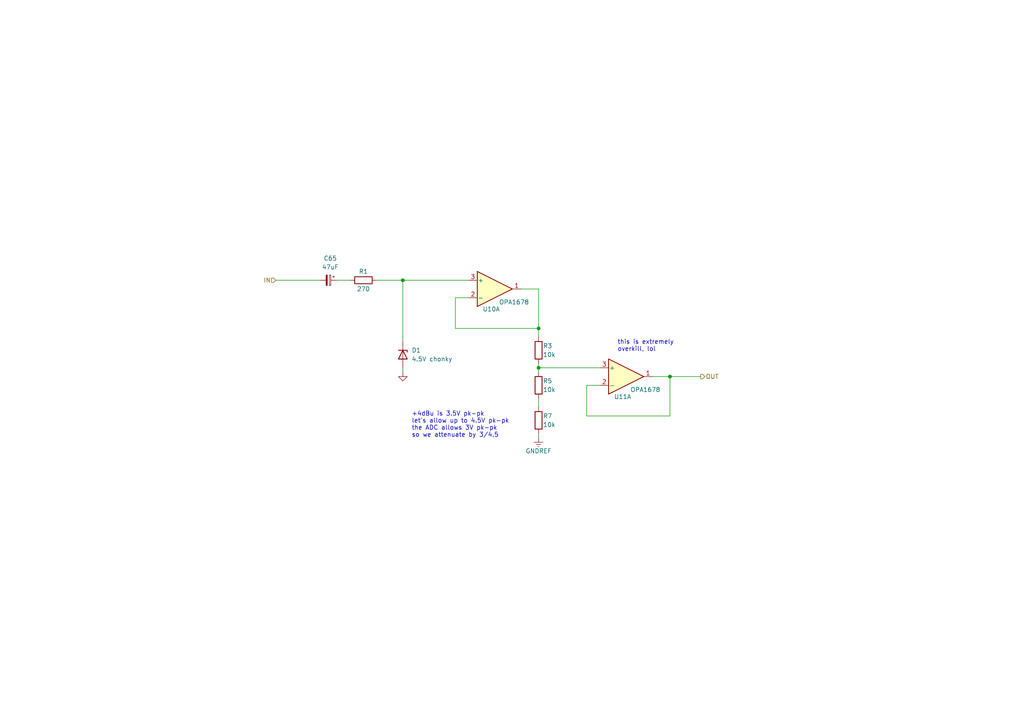
<source format=kicad_sch>
(kicad_sch (version 20250114) (generator "eeschema") (generator_version "9.0")
  (paper "A4")
  (lib_symbols
    (symbol "Amplifier_Operational:NE5532" (pin_names (offset 0.127))
      (property "Reference" "U" (at 0 5.08 0))
      (property "Value" "NE5532" (at 0 -5.08 0))
      (symbol "NE5532_1_1"
        (polyline (pts (xy -5.08 5.08) (xy 5.08 0) (xy -5.08 -5.08) (xy -5.08 5.08)) (stroke (width 0.254)) (fill (type background)))
        (pin input line (at -7.62 2.54 0) (length 2.54) (name "+") (number "3"))
        (pin input line (at -7.62 -2.54 0) (length 2.54) (name "-") (number "2"))
        (pin output line (at 7.62 0 180) (length 2.54) (name "~") (number "1"))
      )
      (symbol "NE5532_2_1"
        (polyline (pts (xy -5.08 5.08) (xy 5.08 0) (xy -5.08 -5.08) (xy -5.08 5.08)) (stroke (width 0.254)) (fill (type background)))
        (pin input line (at -7.62 2.54 0) (length 2.54) (name "+") (number "5"))
        (pin input line (at -7.62 -2.54 0) (length 2.54) (name "-") (number "6"))
        (pin output line (at 7.62 0 180) (length 2.54) (name "~") (number "7"))
      )
      (symbol "NE5532_3_1"
        (pin power_in line (at -2.54 7.62 270) (length 3.81) (name "V+") (number "8"))
        (pin power_in line (at -2.54 -7.62 90) (length 3.81) (name "V-") (number "4"))
      )
    )
    (symbol "Device:C_Polarized_Small" (pin_numbers (hide yes)) (pin_names (offset 0.254) (hide yes))
      (property "Reference" "C" (at 0.254 1.778 0))
      (property "Value" "C_Polarized_Small" (at 0.254 -2.032 0))
      (symbol "C_Polarized_Small_0_1"
        (rectangle (start -1.524 0.6858) (end 1.524 0.3048))
        (rectangle (start -1.524 -0.3048) (end 1.524 -0.6858) (fill (type outline)))
        (polyline (pts (xy -1.27 1.524) (xy -0.762 1.524)))
        (polyline (pts (xy -1.016 1.27) (xy -1.016 1.778)))
      )
      (symbol "C_Polarized_Small_1_1"
        (pin passive line (at 0 2.54 270) (length 1.8542) (name "~") (number "1"))
        (pin passive line (at 0 -2.54 90) (length 1.8542) (name "~") (number "2"))
      )
    )
    (symbol "Device:D_Zener" (pin_numbers (hide yes)) (pin_names (offset 1.016) (hide yes))
      (property "Reference" "D" (at 0 2.54 0))
      (property "Value" "D_Zener" (at 0 -2.54 0))
      (symbol "D_Zener_0_1"
        (polyline (pts (xy -1.27 -1.27) (xy -1.27 1.27) (xy -0.762 1.27)) (stroke (width 0.254)))
        (polyline (pts (xy 1.27 0) (xy -1.27 0)))
        (polyline (pts (xy 1.27 -1.27) (xy 1.27 1.27) (xy -1.27 0) (xy 1.27 -1.27)) (stroke (width 0.254)))
      )
      (symbol "D_Zener_1_1"
        (pin passive line (at -3.81 0 0) (length 2.54) (name "K") (number "1"))
        (pin passive line (at 3.81 0 180) (length 2.54) (name "A") (number "2"))
      )
    )
    (symbol "Device:R" (pin_numbers (hide yes)) (pin_names (offset 0))
      (property "Reference" "R" (at 2.032 0 90))
      (property "Value" "R" (at 0 0 90))
      (symbol "R_0_1"
        (rectangle (start -1.016 -2.54) (end 1.016 2.54) (stroke (width 0.254)))
      )
      (symbol "R_1_1"
        (pin passive line (at 0 3.81 270) (length 1.27) (name "~") (number "1"))
        (pin passive line (at 0 -3.81 90) (length 1.27) (name "~") (number "2"))
      )
    )
    (symbol "power:GND" (power) (pin_numbers (hide yes)) (pin_names (offset 0) (hide yes))
      (property "Value" "GND" (at 0 -3.81 0))
      (symbol "GND_0_1"
        (polyline (pts (xy 0 0) (xy 0 -1.27) (xy 1.27 -1.27) (xy 0 -2.54) (xy -1.27 -1.27) (xy 0 -1.27)))
      )
      (symbol "GND_1_1"
        (pin power_in line (at 0 0 270) (length 0) (name "~") (number "1"))
      )
    )
    (symbol "power:GNDREF" (power) (pin_numbers (hide yes)) (pin_names (offset 0) (hide yes))
      (property "Value" "GNDREF" (at 0 -3.81 0))
      (symbol "GNDREF_0_1"
        (polyline (pts (xy -0.635 -1.905) (xy 0.635 -1.905)))
        (polyline (pts (xy -0.127 -2.54) (xy 0.127 -2.54)))
        (polyline (pts (xy 0 -1.27) (xy 0 0)))
        (polyline (pts (xy 1.27 -1.27) (xy -1.27 -1.27)))
      )
      (symbol "GNDREF_1_1"
        (pin power_in line (at 0 0 270) (length 0) (name "~") (number "1"))
      )
    )
  )
  (text "this is extremely\noverkill, lol" (at 179.07 100.33 0) (effects (font (size 1.27 1.27)) (justify left)))
  (text "+4dBu is 3.5V pk-pk\nlet's allow up to 4.5V pk-pk\nthe ADC allows 3V pk-pk\nso we attenuate by 3/4.5" (at 119.38 123.19 0) (effects (font (size 1.27 1.27)) (justify left)))
  (junction (at 156.21 106.68))
  (junction (at 116.84 81.28))
  (junction (at 156.21 95.25))
  (junction (at 194.31 109.22))
  (wire (pts (xy 194.31 109.22) (xy 189.23 109.22)))
  (wire (pts (xy 156.21 106.68) (xy 173.99 106.68)))
  (wire (pts (xy 194.31 120.65) (xy 194.31 109.22)))
  (wire (pts (xy 156.21 95.25) (xy 156.21 83.82)))
  (wire (pts (xy 132.08 86.36) (xy 132.08 95.25)))
  (wire (pts (xy 116.84 81.28) (xy 135.89 81.28)))
  (wire (pts (xy 170.18 120.65) (xy 194.31 120.65)))
  (wire (pts (xy 170.18 111.76) (xy 170.18 120.65)))
  (wire (pts (xy 156.21 115.57) (xy 156.21 118.11)))
  (wire (pts (xy 156.21 125.73) (xy 156.21 127)))
  (wire (pts (xy 156.21 95.25) (xy 156.21 97.79)))
  (wire (pts (xy 156.21 106.68) (xy 156.21 107.95)))
  (wire (pts (xy 97.79 81.28) (xy 101.6 81.28)))
  (wire (pts (xy 194.31 109.22) (xy 203.2 109.22)))
  (wire (pts (xy 116.84 106.68) (xy 116.84 107.95)))
  (wire (pts (xy 156.21 105.41) (xy 156.21 106.68)))
  (wire (pts (xy 173.99 111.76) (xy 170.18 111.76)))
  (wire (pts (xy 116.84 99.06) (xy 116.84 81.28)))
  (wire (pts (xy 135.89 86.36) (xy 132.08 86.36)))
  (wire (pts (xy 116.84 81.28) (xy 109.22 81.28)))
  (wire (pts (xy 156.21 83.82) (xy 151.13 83.82)))
  (wire (pts (xy 132.08 95.25) (xy 156.21 95.25)))
  (wire (pts (xy 80.01 81.28) (xy 92.71 81.28)))
  (hierarchical_label "OUT" (shape output) (at 203.2 109.22 0))
  (hierarchical_label "IN" (shape input) (at 80.01 81.28 180))
  (symbol (lib_id "Device:R") (at 105.41 81.28 90) (unit 1)
    (property "Reference" "R1" (at 105.41 78.74 90))
    (property "Value" "270" (at 105.41 83.82 90))
    (property "Description" "Resistor" (effects (hide yes)))
    (instances (project "xlr_tester_pcb" (path "" (reference "R1") (unit 1)) (path "" (reference "R2") (unit 1))))
  )
  (symbol (lib_id "Device:R") (at 156.21 101.6 180) (unit 1)
    (property "Reference" "R3" (at 157.48 100.33 0) (effects (justify right)))
    (property "Value" "10k" (at 157.48 102.87 0) (effects (justify right)))
    (property "Description" "Resistor" (effects (hide yes)))
    (instances (project "xlr_tester_pcb" (path "" (reference "R3") (unit 1)) (path "" (reference "R4") (unit 1))))
  )
  (symbol (lib_id "Device:R") (at 156.21 111.76 180) (unit 1)
    (property "Reference" "R5" (at 157.48 110.49 0) (effects (justify right)))
    (property "Value" "10k" (at 157.48 113.03 0) (effects (justify right)))
    (property "Description" "Resistor" (effects (hide yes)))
    (instances (project "xlr_tester_pcb" (path "" (reference "R5") (unit 1)) (path "" (reference "R6") (unit 1))))
  )
  (symbol (lib_id "power:GNDREF") (at 156.21 127 0) (unit 1)
    (property "Reference" "#PWR015" (effects (hide yes)))
    (property "Value" "GNDREF" (at 156.21 130.81 0))
    (property "Description" "Power symbol creates a global label with name \"GNDREF\" , reference supply ground" (effects (hide yes)))
    (instances (project "" (path "" (reference "#PWR015") (unit 1)) (path "" (reference "#PWR016") (unit 1))))
  )
  (symbol (lib_id "Device:C_Polarized_Small") (at 95.25 81.28 270) (unit 1)
    (property "Reference" "C65" (at 95.7961 74.93 90))
    (property "Value" "47uF" (at 95.7961 77.47 90))
    (property "Footprint" "Capacitor_SMD:C_0805_2012Metric" (effects (hide yes)))
    (property "Description" "Polarized capacitor, small symbol" (effects (hide yes)))
    (property "LCSC" "C15850" (effects (hide yes)))
    (property "MPN" "885012107014" (effects (hide yes)))
    (property "Part" "C 10μF 16V 0805" (effects (hide yes)))
    (property "Shop" "https://store.comet.bg/Catalogue/Product/36934/" (effects (hide yes)))
    (instances (project "xlr_tester_pcb" (path "" (reference "C65") (unit 1)) (path "" (reference "C1") (unit 1))))
  )
  (symbol (lib_id "Device:R") (at 156.21 121.92 180) (unit 1)
    (property "Reference" "R7" (at 157.48 120.65 0) (effects (justify right)))
    (property "Value" "10k" (at 157.48 123.19 0) (effects (justify right)))
    (property "Description" "Resistor" (effects (hide yes)))
    (instances (project "xlr_tester_pcb" (path "" (reference "R7") (unit 1)) (path "" (reference "R8") (unit 1))))
  )
  (symbol (lib_id "Device:D_Zener") (at 116.84 102.87 270) (unit 1)
    (property "Reference" "D1" (at 119.38 101.5999 90) (effects (justify left)))
    (property "Value" "4.5V chonky" (at 119.38 104.1399 90) (effects (justify left)))
    (property "Description" "Zener diode" (effects (hide yes)))
    (instances (project "xlr_tester_pcb" (path "" (reference "D1") (unit 1)) (path "" (reference "D2") (unit 1))))
  )
  (symbol (lib_id "Amplifier_Operational:NE5532") (at 181.61 109.22 0) (unit 1)
    (property "Reference" "U11" (at 180.594 115.062 0))
    (property "Value" "OPA1678" (at 187.198 113.03 0))
    (property "Footprint" "Package_SO:SOIC-8_3.9x4.9mm_P1.27mm" (effects (hide yes)))
    (property "Datasheet" "http://www.ti.com/lit/ds/symlink/ne5532.pdf" (effects (hide yes)))
    (property "Description" "Dual Low-Noise Operational Amplifiers, DIP-8/SOIC-8" (effects (hide yes)))
    (property "LCSC" "C192421" (effects (hide yes)))
    (property "MPN" "595-OPA1678IDR " (effects (hide yes)))
    (property "Part" "OPA1678IDR " (effects (hide yes)))
    (property "Shop" "https://eu.mouser.com/ProductDetail/Texas-Instruments/OPA1678IDR?qs=Mv7BduZupUj21oI9QX1tVA%3D%3D" (effects (hide yes)))
    (instances (project "xlr_tester_pcb" (path "" (reference "U11") (unit 1)) (path "" (reference "U12") (unit 1))))
  )
  (symbol (lib_id "Amplifier_Operational:NE5532") (at 143.51 83.82 0) (unit 1)
    (property "Reference" "U10" (at 142.494 89.662 0))
    (property "Value" "OPA1678" (at 149.098 87.63 0))
    (property "Footprint" "Package_SO:SOIC-8_3.9x4.9mm_P1.27mm" (effects (hide yes)))
    (property "Datasheet" "http://www.ti.com/lit/ds/symlink/ne5532.pdf" (effects (hide yes)))
    (property "Description" "Dual Low-Noise Operational Amplifiers, DIP-8/SOIC-8" (effects (hide yes)))
    (property "LCSC" "C192421" (effects (hide yes)))
    (property "MPN" "595-OPA1678IDR " (effects (hide yes)))
    (property "Part" "OPA1678IDR " (effects (hide yes)))
    (property "Shop" "https://eu.mouser.com/ProductDetail/Texas-Instruments/OPA1678IDR?qs=Mv7BduZupUj21oI9QX1tVA%3D%3D" (effects (hide yes)))
    (instances (project "xlr_tester_pcb" (path "" (reference "U10") (unit 1)) (path "" (reference "U1") (unit 1))))
  )
  (symbol (lib_id "power:GND") (at 116.84 107.95 0) (unit 1)
    (property "Reference" "#PWR013" (effects (hide yes)))
    (property "Value" "GND" (effects (hide yes)))
    (property "Description" "Power symbol creates a global label with name \"GND\" , ground" (effects (hide yes)))
    (instances (project "xlr_tester_pcb" (path "" (reference "#PWR013") (unit 1)) (path "" (reference "#PWR014") (unit 1))))
  )
)
</source>
